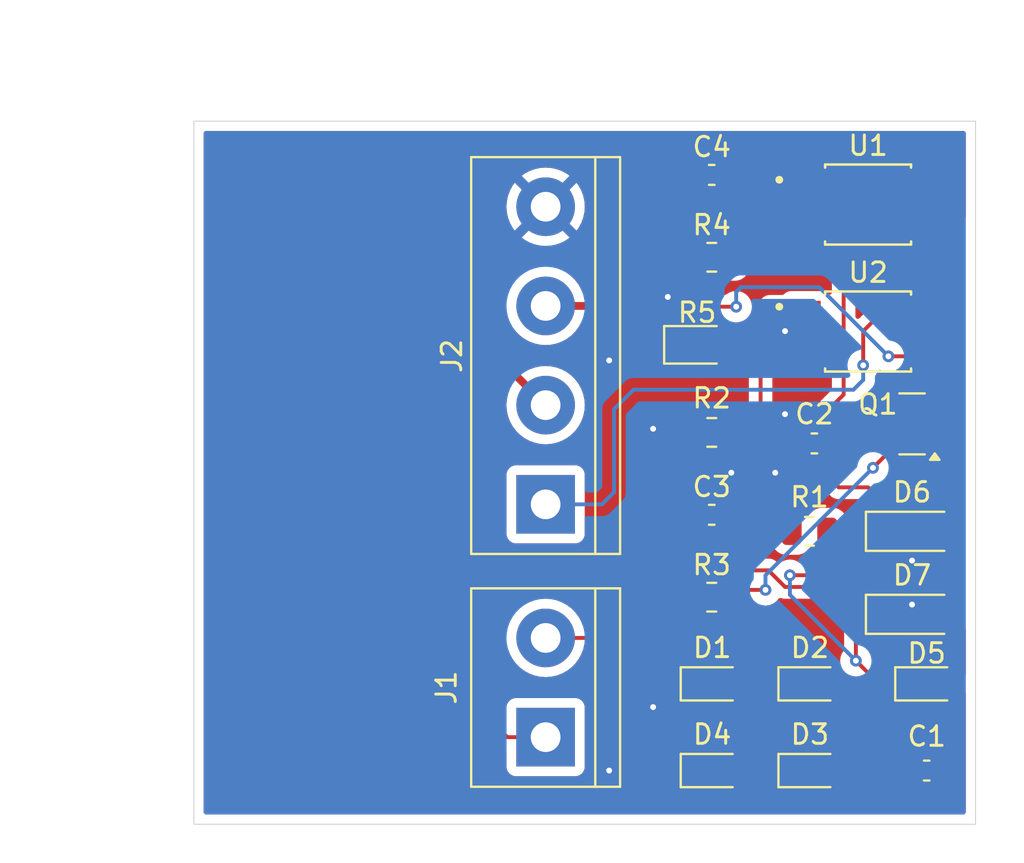
<source format=kicad_pcb>
(kicad_pcb (version 20240108) (generator "pcbnew") (generator_version "8.0")
  (layers (0 "F.Cu" signal) (31 "B.Cu" signal) (34 "B.Paste" user) (35 "F.Paste" user) (36 "B.SilkS" user "B.Silkscreen") (37 "F.SilkS" user "F.Silkscreen") (38 "B.Mask" user) (39 "F.Mask" user) (44 "Edge.Cuts" user))
  (net 0 "")
  (net 1 "Net-(D5-K)")
  (net 2 "GND")
  (net 3 "Net-(D6-K)")
  (net 4 "Net-(C3-Pad2)")
  (net 5 "Net-(C4-Pad2)")
  (net 6 "Net-(D1-K)")
  (net 7 "Net-(D1-A)")
  (net 8 "Net-(D3-A)")
  (net 9 "Net-(D7-K)")
  (net 10 "+3V3")
  (net 11 "/cont_boil")
  (net 12 "/boil_cont")
  (footprint "Diode_SMD:D_SOD-323" (layer "F.Cu") (at 103.5225 103.25)
    (property "Reference" "D4" (at 0 -1.85 0) (layer "F.SilkS"))
    (property "Value" "1N4148WS" (hide yes))
    (fp_line (start -1.61 -0.85) (end -1.61 0.85) (stroke (width 0.12)) (layer "F.SilkS"))
    (fp_line (start -1.61 -0.85) (end 1.05 -0.85) (stroke (width 0.12)) (layer "F.SilkS"))
    (fp_line (start -1.61 0.85) (end 1.05 0.85) (stroke (width 0.12)) (layer "F.SilkS"))
    (pad "1" smd roundrect (at -1.05 0) (size 0.6 0.45) (layers "F.Cu" "F.Paste" "F.Mask") (net 8 "Net-(D3-A)"))
    (pad "2" smd roundrect (at 1.05 0) (size 0.6 0.45) (layers "F.Cu" "F.Paste" "F.Mask") (net 2 "GND"))
  )
  (footprint "Diode_SMD:D_SOD-123" (layer "F.Cu") (at 113.75 95.25)
    (property "Reference" "D7" (at 0 -2 360) (layer "F.SilkS"))
    (property "Value" "BZT52C4V3" (hide yes))
    (fp_line (start -2.36 -1) (end -2.36 1) (stroke (width 0.12)) (layer "F.SilkS"))
    (fp_line (start -2.36 -1) (end 1.65 -1) (stroke (width 0.12)) (layer "F.SilkS"))
    (fp_line (start -2.36 1) (end 1.65 1) (stroke (width 0.12)) (layer "F.SilkS"))
    (pad "1" smd roundrect (at -1.65 0) (size 0.9 1.2) (layers "F.Cu" "F.Paste" "F.Mask") (net 9 "Net-(D7-K)"))
    (pad "2" smd roundrect (at 1.65 0) (size 0.9 1.2) (layers "F.Cu" "F.Paste" "F.Mask") (net 2 "GND"))
  )
  (footprint "EL357N-G:OPTO_EL357N-G" (layer "F.Cu") (at 111.5 74.27)
    (property "Reference" "U1" (at 0 -3.02 0) (layer "F.SilkS"))
    (property "Value" "EL357N-G" (hide yes))
    (fp_line (start -2.2 -2.05) (end 2.2 -2.05) (stroke (width 0.127)) (layer "F.SilkS"))
    (fp_line (start -2.2 -1.89) (end -2.2 -2.05) (stroke (width 0.127)) (layer "F.SilkS"))
    (fp_line (start -2.2 2.05) (end -2.2 1.89) (stroke (width 0.127)) (layer "F.SilkS"))
    (fp_line (start 2.2 -2.05) (end 2.2 -1.89) (stroke (width 0.127)) (layer "F.SilkS"))
    (fp_line (start 2.2 2.05) (end -2.2 2.05) (stroke (width 0.127)) (layer "F.SilkS"))
    (fp_line (start 2.2 2.05) (end 2.2 1.89) (stroke (width 0.127)) (layer "F.SilkS"))
    (fp_circle (center -4.544 -1.27) (end -4.444 -1.27) (stroke (width 0.2)) (fill none) (layer "F.SilkS"))
    (pad "1" smd rect (at -3.175 -1.27) (size 1.5 0.6) (layers "F.Cu" "F.Paste" "F.Mask") (net 5 "Net-(C4-Pad2)"))
    (pad "2" smd rect (at -3.175 1.27) (size 1.5 0.6) (layers "F.Cu" "F.Paste" "F.Mask") (net 2 "GND"))
    (pad "3" smd rect (at 3.175 1.27) (size 1.5 0.6) (layers "F.Cu" "F.Paste" "F.Mask") (net 9 "Net-(D7-K)"))
    (pad "4" smd rect (at 3.175 -1.27) (size 1.5 0.6) (layers "F.Cu" "F.Paste" "F.Mask") (net 3 "Net-(D6-K)"))
  )
  (footprint "Capacitor_SMD:C_0603_1608Metric" (layer "F.Cu") (at 114.5 103.25 180)
    (property "Reference" "C1" (at 0 1.75 360) (layer "F.SilkS"))
    (property "Value" "10n" (hide yes))
    (fp_line (start -0.14058 0.51) (end 0.14058 0.51) (stroke (width 0.12)) (layer "F.SilkS"))
    (fp_line (start -0.14058 -0.51) (end 0.14058 -0.51) (stroke (width 0.12)) (layer "F.SilkS"))
    (pad "1" smd roundrect (at -0.775 0 180) (size 0.9 0.95) (layers "F.Cu" "F.Paste" "F.Mask") (net 2 "GND"))
    (pad "2" smd roundrect (at 0.775 0 180) (size 0.9 0.95) (layers "F.Cu" "F.Paste" "F.Mask") (net 1 "Net-(D5-K)"))
  )
  (footprint "Diode_SMD:D_SOD-323" (layer "F.Cu") (at 103.5225 98.811426)
    (property "Reference" "D1" (at 0 -1.85 0) (layer "F.SilkS"))
    (property "Value" "1N4148WS" (hide yes))
    (fp_line (start -1.61 -0.85) (end -1.61 0.85) (stroke (width 0.12)) (layer "F.SilkS"))
    (fp_line (start -1.61 -0.85) (end 1.05 -0.85) (stroke (width 0.12)) (layer "F.SilkS"))
    (fp_line (start -1.61 0.85) (end 1.05 0.85) (stroke (width 0.12)) (layer "F.SilkS"))
    (pad "1" smd roundrect (at -1.05 0) (size 0.6 0.45) (layers "F.Cu" "F.Paste" "F.Mask") (net 6 "Net-(D1-K)"))
    (pad "2" smd roundrect (at 1.05 0) (size 0.6 0.45) (layers "F.Cu" "F.Paste" "F.Mask") (net 7 "Net-(D1-A)"))
  )
  (footprint "Resistor_SMD:R_0805_2012Metric" (layer "F.Cu") (at 103.5 76.968571)
    (property "Reference" "R4" (at 0 -1.65 360) (layer "F.SilkS"))
    (property "Value" "1k5" (hide yes))
    (fp_line (start -0.227064 -0.735) (end 0.227064 -0.735) (stroke (width 0.12)) (layer "F.SilkS"))
    (fp_line (start -0.227064 0.735) (end 0.227064 0.735) (stroke (width 0.12)) (layer "F.SilkS"))
    (pad "1" smd roundrect (at -0.9125 0) (size 1.025 1.4) (layers "F.Cu" "F.Paste" "F.Mask") (roundrect_rratio 0.243902) (net 11 "/cont_boil"))
    (pad "2" smd roundrect (at 0.9125 0) (size 1.025 1.4) (layers "F.Cu" "F.Paste" "F.Mask") (roundrect_rratio 0.243902) (net 5 "Net-(C4-Pad2)"))
  )
  (footprint "Capacitor_SMD:C_0603_1608Metric" (layer "F.Cu") (at 103.5 72.75)
    (property "Reference" "C4" (at 0 -1.43 360) (layer "F.SilkS"))
    (property "Value" "2n2" (hide yes))
    (fp_line (start -0.14058 -0.51) (end 0.14058 -0.51) (stroke (width 0.12)) (layer "F.SilkS"))
    (fp_line (start -0.14058 0.51) (end 0.14058 0.51) (stroke (width 0.12)) (layer "F.SilkS"))
    (pad "1" smd roundrect (at -0.775 0) (size 0.9 0.95) (layers "F.Cu" "F.Paste" "F.Mask") (net 2 "GND"))
    (pad "2" smd roundrect (at 0.775 0) (size 0.9 0.95) (layers "F.Cu" "F.Paste" "F.Mask") (net 5 "Net-(C4-Pad2)"))
  )
  (footprint "Diode_SMD:D_SOD-323" (layer "F.Cu") (at 108.5225 98.811426)
    (property "Reference" "D2" (at 0 -1.85 0) (layer "F.SilkS"))
    (property "Value" "1N4148WS" (hide yes))
    (fp_line (start -1.61 -0.85) (end -1.61 0.85) (stroke (width 0.12)) (layer "F.SilkS"))
    (fp_line (start -1.61 -0.85) (end 1.05 -0.85) (stroke (width 0.12)) (layer "F.SilkS"))
    (fp_line (start -1.61 0.85) (end 1.05 0.85) (stroke (width 0.12)) (layer "F.SilkS"))
    (pad "1" smd roundrect (at -1.05 0) (size 0.6 0.45) (layers "F.Cu" "F.Paste" "F.Mask") (net 7 "Net-(D1-A)"))
    (pad "2" smd roundrect (at 1.05 0) (size 0.6 0.45) (layers "F.Cu" "F.Paste" "F.Mask") (net 2 "GND"))
  )
  (footprint "TerminalBlock:TerminalBlock_bornier-4_P5.08mm" (layer "F.Cu") (at 95 89.62 90)
    (property "Reference" "J2" (at 7.6 -4.8 90) (layer "F.SilkS"))
    (property "Value" "Controller")
    (fp_line (start -2.54 -3.81) (end 17.78 -3.81) (stroke (width 0.12)) (layer "F.SilkS"))
    (fp_line (start -2.54 -3.81) (end -2.54 3.81) (stroke (width 0.12)) (layer "F.SilkS"))
    (fp_line (start 17.78 2.54) (end -2.54 2.54) (stroke (width 0.12)) (layer "F.SilkS"))
    (fp_line (start 17.78 3.81) (end 17.78 -3.81) (stroke (width 0.12)) (layer "F.SilkS"))
    (fp_line (start -2.54 3.81) (end 17.78 3.81) (stroke (width 0.12)) (layer "F.SilkS"))
    (pad "1" thru_hole rect (at 0 0 90) (size 3 3) (drill 1.52) (layers "*.Cu" "*.Mask") (net 10 "+3V3"))
    (pad "2" thru_hole circle (at 5.08 0 90) (size 3 3) (drill 1.52) (layers "*.Cu" "*.Mask") (net 11 "/cont_boil"))
    (pad "3" thru_hole circle (at 10.16 0 90) (size 3 3) (drill 1.52) (layers "*.Cu" "*.Mask") (net 12 "/boil_cont"))
    (pad "4" thru_hole circle (at 15.24 0 90) (size 3 3) (drill 1.52) (layers "*.Cu" "*.Mask") (net 2 "GND"))
  )
  (footprint "Capacitor_SMD:C_0603_1608Metric" (layer "F.Cu") (at 103.5 90.154284)
    (property "Reference" "C3" (at 0 -1.43 360) (layer "F.SilkS"))
    (property "Value" "10n" (hide yes))
    (fp_line (start -0.14058 -0.51) (end 0.14058 -0.51) (stroke (width 0.12)) (layer "F.SilkS"))
    (fp_line (start -0.14058 0.51) (end 0.14058 0.51) (stroke (width 0.12)) (layer "F.SilkS"))
    (pad "1" smd roundrect (at -0.775 0) (size 0.9 0.95) (layers "F.Cu" "F.Paste" "F.Mask") (net 2 "GND"))
    (pad "2" smd roundrect (at 0.775 0) (size 0.9 0.95) (layers "F.Cu" "F.Paste" "F.Mask") (net 4 "Net-(C3-Pad2)"))
  )
  (footprint "Resistor_SMD:R_0805_2012Metric" (layer "F.Cu") (at 103.5 85.935713 180)
    (property "Reference" "R2" (at 0 1.75 360) (layer "F.SilkS"))
    (property "Value" "150" (hide yes))
    (fp_line (start -0.227064 0.735) (end 0.227064 0.735) (stroke (width 0.12)) (layer "F.SilkS"))
    (fp_line (start -0.227064 -0.735) (end 0.227064 -0.735) (stroke (width 0.12)) (layer "F.SilkS"))
    (pad "1" smd roundrect (at -0.9125 0 180) (size 1.025 1.4) (layers "F.Cu" "F.Paste" "F.Mask") (roundrect_rratio 0.243902) (net 4 "Net-(C3-Pad2)"))
    (pad "2" smd roundrect (at 0.9125 0 180) (size 1.025 1.4) (layers "F.Cu" "F.Paste" "F.Mask") (roundrect_rratio 0.243902) (net 2 "GND"))
  )
  (footprint "Package_TO_SOT_SMD:SOT-23" (layer "F.Cu") (at 113.75 85.5 180)
    (property "Reference" "Q1" (at 1.75 1 180) (layer "F.SilkS"))
    (property "Value" "MMBT2907A" (hide yes))
    (fp_line (start 0 1.56) (end 0.65 1.56) (stroke (width 0.12)) (layer "F.SilkS"))
    (fp_line (start 0 1.56) (end -0.65 1.56) (stroke (width 0.12)) (layer "F.SilkS"))
    (fp_line (start 0 -1.56) (end 0.65 -1.56) (stroke (width 0.12)) (layer "F.SilkS"))
    (fp_line (start 0 -1.56) (end -0.65 -1.56) (stroke (width 0.12)) (layer "F.SilkS"))
    (fp_poly (pts (xy -1.1625 -1.51) (xy -1.4025 -1.84) (xy -0.9225 -1.84) (xy -1.1625 -1.51)) (stroke (width 0.12)) (fill solid) (layer "F.SilkS"))
    (pad "1" smd roundrect (at -0.9375 -0.95 180) (size 1.475 0.6) (layers "F.Cu" "F.Paste" "F.Mask") (net 3 "Net-(D6-K)"))
    (pad "2" smd roundrect (at -0.9375 0.95 180) (size 1.475 0.6) (layers "F.Cu" "F.Paste" "F.Mask") (net 1 "Net-(D5-K)"))
    (pad "3" smd roundrect (at 0.9375 0 180) (size 1.475 0.6) (layers "F.Cu" "F.Paste" "F.Mask") (net 6 "Net-(D1-K)"))
  )
  (footprint "Capacitor_SMD:C_0603_1608Metric" (layer "F.Cu") (at 108.75 86.5 180)
    (property "Reference" "C2" (at 0 1.5 360) (layer "F.SilkS"))
    (property "Value" "2n2" (hide yes))
    (fp_line (start -0.14058 0.51) (end 0.14058 0.51) (stroke (width 0.12)) (layer "F.SilkS"))
    (fp_line (start -0.14058 -0.51) (end 0.14058 -0.51) (stroke (width 0.12)) (layer "F.SilkS"))
    (pad "1" smd roundrect (at -0.775 0 180) (size 0.9 0.95) (layers "F.Cu" "F.Paste" "F.Mask") (net 3 "Net-(D6-K)"))
    (pad "2" smd roundrect (at 0.775 0 180) (size 0.9 0.95) (layers "F.Cu" "F.Paste" "F.Mask") (net 2 "GND"))
  )
  (footprint "TerminalBlock:TerminalBlock_bornier-2_P5.08mm" (layer "F.Cu") (at 95 101.54 90)
    (property "Reference" "J1" (at 2.54 -5.08 90) (layer "F.SilkS"))
    (property "Value" "OpenTherm")
    (fp_line (start 7.62 -3.81) (end -2.54 -3.81) (stroke (width 0.12)) (layer "F.SilkS"))
    (fp_line (start -2.54 -3.81) (end -2.54 3.81) (stroke (width 0.12)) (layer "F.SilkS"))
    (fp_line (start 7.62 2.54) (end -2.54 2.54) (stroke (width 0.12)) (layer "F.SilkS"))
    (fp_line (start 7.62 3.81) (end 7.62 -3.81) (stroke (width 0.12)) (layer "F.SilkS"))
    (fp_line (start -2.54 3.81) (end 7.62 3.81) (stroke (width 0.12)) (layer "F.SilkS"))
    (pad "1" thru_hole rect (at 0 0 90) (size 3 3) (drill 1.52) (layers "*.Cu" "*.Mask") (net 7 "Net-(D1-A)"))
    (pad "2" thru_hole circle (at 5.08 0 90) (size 3 3) (drill 1.52) (layers "*.Cu" "*.Mask") (net 8 "Net-(D3-A)"))
  )
  (footprint "Diode_SMD:D_SOD-123" (layer "F.Cu") (at 113.75 91)
    (property "Reference" "D6" (at 0 -2 360) (layer "F.SilkS"))
    (property "Value" "BZT52C15V" (hide yes))
    (fp_line (start -2.36 -1) (end -2.36 1) (stroke (width 0.12)) (layer "F.SilkS"))
    (fp_line (start -2.36 -1) (end 1.65 -1) (stroke (width 0.12)) (layer "F.SilkS"))
    (fp_line (start -2.36 1) (end 1.65 1) (stroke (width 0.12)) (layer "F.SilkS"))
    (pad "1" smd roundrect (at -1.65 0) (size 0.9 1.2) (layers "F.Cu" "F.Paste" "F.Mask") (net 3 "Net-(D6-K)"))
    (pad "2" smd roundrect (at 1.65 0) (size 0.9 1.2) (layers "F.Cu" "F.Paste" "F.Mask") (net 2 "GND"))
  )
  (footprint "Diode_SMD:D_SOD-323" (layer "F.Cu") (at 108.5225 103.25)
    (property "Reference" "D3" (at 0 -1.85 0) (layer "F.SilkS"))
    (property "Value" "1N4148WS" (hide yes))
    (fp_line (start -1.61 -0.85) (end -1.61 0.85) (stroke (width 0.12)) (layer "F.SilkS"))
    (fp_line (start -1.61 -0.85) (end 1.05 -0.85) (stroke (width 0.12)) (layer "F.SilkS"))
    (fp_line (start -1.61 0.85) (end 1.05 0.85) (stroke (width 0.12)) (layer "F.SilkS"))
    (pad "1" smd roundrect (at -1.05 0) (size 0.6 0.45) (layers "F.Cu" "F.Paste" "F.Mask") (net 6 "Net-(D1-K)"))
    (pad "2" smd roundrect (at 1.05 0) (size 0.6 0.45) (layers "F.Cu" "F.Paste" "F.Mask") (net 8 "Net-(D3-A)"))
  )
  (footprint "EL357N-G:OPTO_EL357N-G" (layer "F.Cu") (at 111.5 80.77)
    (property "Reference" "U2" (at 0 -3.02 0) (layer "F.SilkS"))
    (property "Value" "EL357N-G" (hide yes))
    (fp_line (start -2.2 -2.05) (end 2.2 -2.05) (stroke (width 0.127)) (layer "F.SilkS"))
    (fp_line (start -2.2 -1.89) (end -2.2 -2.05) (stroke (width 0.127)) (layer "F.SilkS"))
    (fp_line (start -2.2 2.05) (end -2.2 1.89) (stroke (width 0.127)) (layer "F.SilkS"))
    (fp_line (start 2.2 -2.05) (end 2.2 -1.89) (stroke (width 0.127)) (layer "F.SilkS"))
    (fp_line (start 2.2 2.05) (end -2.2 2.05) (stroke (width 0.127)) (layer "F.SilkS"))
    (fp_line (start 2.2 2.05) (end 2.2 1.89) (stroke (width 0.127)) (layer "F.SilkS"))
    (fp_circle (center -4.544 -1.27) (end -4.444 -1.27) (stroke (width 0.2)) (fill none) (layer "F.SilkS"))
    (pad "1" smd rect (at -3.175 -1.27) (size 1.5 0.6) (layers "F.Cu" "F.Paste" "F.Mask") (net 4 "Net-(C3-Pad2)"))
    (pad "2" smd rect (at -3.175 1.27) (size 1.5 0.6) (layers "F.Cu" "F.Paste" "F.Mask") (net 2 "GND"))
    (pad "3" smd rect (at 3.175 1.27) (size 1.5 0.6) (layers "F.Cu" "F.Paste" "F.Mask") (net 12 "/boil_cont"))
    (pad "4" smd rect (at 3.175 -1.27) (size 1.5 0.6) (layers "F.Cu" "F.Paste" "F.Mask") (net 10 "+3V3"))
  )
  (footprint "Diode_SMD:D_0805_2012Metric" (layer "F.Cu") (at 102.75 81.452142)
    (property "Reference" "R5" (at 0 -1.65 0) (layer "F.SilkS"))
    (property "Value" "330" (hide yes))
    (fp_line (start -1.685 -0.96) (end -1.685 0.96) (stroke (width 0.12)) (layer "F.SilkS"))
    (fp_line (start -1.685 0.96) (end 1 0.96) (stroke (width 0.12)) (layer "F.SilkS"))
    (fp_line (start 1 -0.96) (end -1.685 -0.96) (stroke (width 0.12)) (layer "F.SilkS"))
    (pad "1" smd roundrect (at -0.9375 0) (size 0.975 1.4) (layers "F.Cu" "F.Paste" "F.Mask") (net 12 "/boil_cont"))
    (pad "2" smd roundrect (at 0.9375 0) (size 0.975 1.4) (layers "F.Cu" "F.Paste" "F.Mask") (net 2 "GND"))
  )
  (footprint "Resistor_SMD:R_0805_2012Metric" (layer "F.Cu") (at 108.5 91 180)
    (property "Reference" "R1" (at 0 1.75 360) (layer "F.SilkS"))
    (property "Value" "200" (hide yes))
    (fp_line (start -0.227064 0.735) (end 0.227064 0.735) (stroke (width 0.12)) (layer "F.SilkS"))
    (fp_line (start -0.227064 -0.735) (end 0.227064 -0.735) (stroke (width 0.12)) (layer "F.SilkS"))
    (pad "1" smd roundrect (at -0.9125 0 180) (size 1.025 1.4) (layers "F.Cu" "F.Paste" "F.Mask") (roundrect_rratio 0.243902) (net 1 "Net-(D5-K)"))
    (pad "2" smd roundrect (at 0.9125 0 180) (size 1.025 1.4) (layers "F.Cu" "F.Paste" "F.Mask") (roundrect_rratio 0.243902) (net 4 "Net-(C3-Pad2)"))
  )
  (footprint "Resistor_SMD:R_0805_2012Metric" (layer "F.Cu") (at 103.5 94.372855)
    (property "Reference" "R3" (at 0 -1.65 360) (layer "F.SilkS"))
    (property "Value" "330" (hide yes))
    (fp_line (start -0.227064 -0.735) (end 0.227064 -0.735) (stroke (width 0.12)) (layer "F.SilkS"))
    (fp_line (start -0.227064 0.735) (end 0.227064 0.735) (stroke (width 0.12)) (layer "F.SilkS"))
    (pad "1" smd roundrect (at -0.9125 0) (size 1.025 1.4) (layers "F.Cu" "F.Paste" "F.Mask") (roundrect_rratio 0.243902) (net 3 "Net-(D6-K)"))
    (pad "2" smd roundrect (at 0.9125 0) (size 1.025 1.4) (layers "F.Cu" "F.Paste" "F.Mask") (roundrect_rratio 0.243902) (net 6 "Net-(D1-K)"))
  )
  (footprint "Diode_SMD:D_SOD-323" (layer "F.Cu") (at 114.5 98.811426)
    (property "Reference" "D5" (at 0 -1.561426 360) (layer "F.SilkS"))
    (property "Value" "BZT52C4V7S" (hide yes))
    (fp_line (start -1.61 -0.85) (end -1.61 0.85) (stroke (width 0.12)) (layer "F.SilkS"))
    (fp_line (start -1.61 -0.85) (end 1.05 -0.85) (stroke (width 0.12)) (layer "F.SilkS"))
    (fp_line (start -1.61 0.85) (end 1.05 0.85) (stroke (width 0.12)) (layer "F.SilkS"))
    (pad "1" smd roundrect (at -1.05 0) (size 0.6 0.45) (layers "F.Cu" "F.Paste" "F.Mask") (net 1 "Net-(D5-K)"))
    (pad "2" smd roundrect (at 1.05 0) (size 0.6 0.45) (layers "F.Cu" "F.Paste" "F.Mask") (net 2 "GND"))
  )
  (gr_rect (start 77 70) (end 117 106) (stroke (width 0.05)) (fill none) (layer "Edge.Cuts"))
  (segment (start 113 89.975) (end 113 91.5) (width 0.2) (layer "F.Cu") (net 1))
  (segment (start 113.45 98.811426) (end 113.45 100.95) (width 0.2) (layer "F.Cu") (net 1))
  (segment (start 108.75 93.25) (end 107.5 93.25) (width 0.2) (layer "F.Cu") (net 1))
  (segment (start 115.725 85.5875) (end 115.725 87.25) (width 0.2) (layer "F.Cu") (net 1))
  (segment (start 109.4125 91) (end 109.4125 92.5875) (width 0.2) (layer "F.Cu") (net 1))
  (segment (start 110.875 93.625) (end 110.875 97.625) (width 0.2) (layer "F.Cu") (net 1))
  (segment (start 114.6875 84.55) (end 115.725 85.5875) (width 0.2) (layer "F.Cu") (net 1))
  (segment (start 113.45 100.95) (end 113.725 101.225) (width 0.2) (layer "F.Cu") (net 1))
  (segment (start 109.4125 92.5875) (end 108.75 93.25) (width 0.2) (layer "F.Cu") (net 1))
  (segment (start 110.875 97.625) (end 112.061426 98.811426) (width 0.2) (layer "F.Cu") (net 1))
  (segment (start 113 91.5) (end 110.875 93.625) (width 0.2) (layer "F.Cu") (net 1))
  (segment (start 115.725 87.25) (end 113 89.975) (width 0.2) (layer "F.Cu") (net 1))
  (segment (start 112.061426 98.811426) (end 113.45 98.811426) (width 0.2) (layer "F.Cu") (net 1))
  (segment (start 113.725 101.225) (end 113.725 103.25) (width 0.2) (layer "F.Cu") (net 1))
  (via (at 110.875 97.625) (size 0.6) (drill 0.3) (layers "F.Cu" "B.Cu") (net 1))
  (via (at 107.5 93.25) (size 0.6) (drill 0.3) (layers "F.Cu" "B.Cu") (net 1))
  (segment (start 107.75 94.5) (end 110.875 97.625) (width 0.2) (layer "B.Cu") (net 1))
  (segment (start 107.5 93.25) (end 107.5 94.25) (width 0.2) (layer "B.Cu") (net 1))
  (segment (start 107.5 94.25) (end 107.75 94.5) (width 0.2) (layer "B.Cu") (net 1))
  (via (at 104.5 88) (size 0.6) (drill 0.3) (layers "F.Cu" "B.Cu") (net 2))
  (via (at 100.5 100) (size 0.6) (drill 0.3) (layers "F.Cu" "B.Cu") (net 2))
  (via (at 107.25 85) (size 0.6) (drill 0.3) (layers "F.Cu" "B.Cu") (net 2))
  (via (at 98.25 82.25) (size 0.6) (drill 0.3) (layers "F.Cu" "B.Cu") (net 2))
  (via (at 107.25 80.75) (size 0.6) (drill 0.3) (layers "F.Cu" "B.Cu") (net 2))
  (via (at 98.25 103.25) (size 0.6) (drill 0.3) (layers "F.Cu" "B.Cu") (net 2))
  (via (at 100.5 85.75) (size 0.6) (drill 0.3) (layers "F.Cu" "B.Cu") (net 2))
  (via (at 106.75 88) (size 0.6) (drill 0.3) (layers "F.Cu" "B.Cu") (net 2))
  (via (at 101.25 79) (size 0.6) (drill 0.3) (layers "F.Cu" "B.Cu") (net 2))
  (via (at 113.75 94.75) (size 0.6) (drill 0.3) (layers "F.Cu" "B.Cu") (net 2))
  (via (at 113.75 92.5) (size 0.6) (drill 0.3) (layers "F.Cu" "B.Cu") (net 2))
  (segment (start 100.5 100) (end 100.5 102.5) (width 0.2) (layer "B.Cu") (net 2))
  (segment (start 99.75 103.25) (end 98.25 103.25) (width 0.2) (layer "B.Cu") (net 2))
  (segment (start 100.5 102.5) (end 99.75 103.25) (width 0.2) (layer "B.Cu") (net 2))
  (segment (start 113.75 94.75) (end 113.75 92.5) (width 0.2) (layer "B.Cu") (net 2))
  (segment (start 112.1 91) (end 109.25 93.85) (width 0.2) (layer "F.Cu") (net 3))
  (segment (start 114.6875 87.0625) (end 112.4 89.35) (width 0.2) (layer "F.Cu") (net 3))
  (segment (start 106.401471 93) (end 103.960355 93) (width 0.2) (layer "F.Cu") (net 3))
  (segment (start 112.4 89.35) (end 112.1 89.35) (width 0.2) (layer "F.Cu") (net 3))
  (segment (start 109.25 93.85) (end 107.251471 93.85) (width 0.2) (layer "F.Cu") (net 3))
  (segment (start 109.525 84.725) (end 109.525 86.5) (width 0.2) (layer "F.Cu") (net 3))
  (segment (start 109.525 86.5) (end 109.525 88.275) (width 0.2) (layer "F.Cu") (net 3))
  (segment (start 110.25 84) (end 109.525 84.725) (width 0.2) (layer "F.Cu") (net 3))
  (segment (start 107.251471 93.85) (end 106.401471 93) (width 0.2) (layer "F.Cu") (net 3))
  (segment (start 110 88.75) (end 111.5 88.75) (width 0.2) (layer "F.Cu") (net 3))
  (segment (start 112.1 89.35) (end 112.1 91) (width 0.2) (layer "F.Cu") (net 3))
  (segment (start 111.5 88.75) (end 112.1 89.35) (width 0.2) (layer "F.Cu") (net 3))
  (segment (start 114.675 73) (end 111.75 73) (width 0.2) (layer "F.Cu") (net 3))
  (segment (start 103.960355 93) (end 102.5875 94.372855) (width 0.2) (layer "F.Cu") (net 3))
  (segment (start 110.25 74.5) (end 110.25 84) (width 0.2) (layer "F.Cu") (net 3))
  (segment (start 114.6875 86.45) (end 114.6875 87.0625) (width 0.2) (layer "F.Cu") (net 3))
  (segment (start 109.525 88.275) (end 110 88.75) (width 0.2) (layer "F.Cu") (net 3))
  (segment (start 111.75 73) (end 110.25 74.5) (width 0.2) (layer "F.Cu") (net 3))
  (segment (start 106 85.5) (end 105.564287 85.935713) (width 0.2) (layer "F.Cu") (net 4))
  (segment (start 105.5 90.154284) (end 104.275 90.154284) (width 0.2) (layer "F.Cu") (net 4))
  (segment (start 105.564287 85.935713) (end 105.564287 90.089997) (width 0.2) (layer "F.Cu") (net 4))
  (segment (start 106 80) (end 106 85.5) (width 0.2) (layer "F.Cu") (net 4))
  (segment (start 106.5 79.5) (end 106 80) (width 0.2) (layer "F.Cu") (net 4))
  (segment (start 107.5875 91) (end 106.5 91) (width 0.2) (layer "F.Cu") (net 4))
  (segment (start 105.564287 85.935713) (end 104.4125 85.935713) (width 0.2) (layer "F.Cu") (net 4))
  (segment (start 105.654284 90.154284) (end 105.5 90.154284) (width 0.2) (layer "F.Cu") (net 4))
  (segment (start 108.325 79.5) (end 106.5 79.5) (width 0.2) (layer "F.Cu") (net 4))
  (segment (start 106.5 91) (end 105.654284 90.154284) (width 0.2) (layer "F.Cu") (net 4))
  (segment (start 105.564287 90.089997) (end 105.5 90.154284) (width 0.2) (layer "F.Cu") (net 4))
  (segment (start 104.275 73.975) (end 104.4125 74.1125) (width 0.2) (layer "F.Cu") (net 5))
  (segment (start 104.275 72.75) (end 104.275 73.975) (width 0.2) (layer "F.Cu") (net 5))
  (segment (start 104.4125 74.1125) (end 104.4125 76.968571) (width 0.2) (layer "F.Cu") (net 5))
  (segment (start 108.325 73) (end 106.5 73) (width 0.2) (layer "F.Cu") (net 5))
  (segment (start 106.25 72.75) (end 104.275 72.75) (width 0.2) (layer "F.Cu") (net 5))
  (segment (start 106.5 73) (end 106.25 72.75) (width 0.2) (layer "F.Cu") (net 5))
  (segment (start 104.785355 94) (end 104.4125 94.372855) (width 0.2) (layer "F.Cu") (net 6))
  (segment (start 108.5 99.5) (end 106.375 101.625) (width 0.2) (layer "F.Cu") (net 6))
  (segment (start 106.25 94) (end 104.785355 94) (width 0.2) (layer "F.Cu") (net 6))
  (segment (start 103.25 100.75) (end 102.4725 99.9725) (width 0.2) (layer "F.Cu") (net 6))
  (segment (start 107.4725 103.25) (end 107.4725 102.7225) (width 0.2) (layer "F.Cu") (net 6))
  (segment (start 106.375 101.625) (end 105.5 100.75) (width 0.2) (layer "F.Cu") (net 6))
  (segment (start 112.75 86.75) (end 111.75 87.75) (width 0.2) (layer "F.Cu") (net 6))
  (segment (start 112.8125 86.6875) (end 112.75 86.75) (width 0.2) (layer "F.Cu") (net 6))
  (segment (start 107.4725 102.7225) (end 106.375 101.625) (width 0.2) (layer "F.Cu") (net 6))
  (segment (start 104.4125 94.372855) (end 108.5 98.460355) (width 0.2) (layer "F.Cu") (net 6))
  (segment (start 102.4725 99.9725) (end 102.4725 98.811426) (width 0.2) (layer "F.Cu") (net 6))
  (segment (start 108.5 98.460355) (end 108.5 99.5) (width 0.2) (layer "F.Cu") (net 6))
  (segment (start 105.5 100.75) (end 103.25 100.75) (width 0.2) (layer "F.Cu") (net 6))
  (segment (start 112.8125 85.5) (end 112.8125 86.6875) (width 0.2) (layer "F.Cu") (net 6))
  (via (at 111.75 87.75) (size 0.6) (drill 0.3) (layers "F.Cu" "B.Cu") (net 6))
  (via (at 106.25 94) (size 0.6) (drill 0.3) (layers "F.Cu" "B.Cu") (net 6))
  (segment (start 111.75 87.75) (end 106.25 93.25) (width 0.2) (layer "B.Cu") (net 6))
  (segment (start 106.25 93.25) (end 106.25 94) (width 0.2) (layer "B.Cu") (net 6))
  (segment (start 107.4725 98.811426) (end 104.5725 98.811426) (width 0.2) (layer "F.Cu") (net 7))
  (segment (start 93.04 101.54) (end 92.25 100.75) (width 0.2) (layer "F.Cu") (net 7))
  (segment (start 92.25 100.75) (end 92.25 95.25) (width 0.2) (layer "F.Cu") (net 7))
  (segment (start 101.75 96.75) (end 103.25 96.75) (width 0.2) (layer "F.Cu") (net 7))
  (segment (start 92.25 95.25) (end 93.75 93.75) (width 0.2) (layer "F.Cu") (net 7))
  (segment (start 104.5725 98.0725) (end 104.5725 98.811426) (width 0.2) (layer "F.Cu") (net 7))
  (segment (start 93.75 93.75) (end 98.75 93.75) (width 0.2) (layer "F.Cu") (net 7))
  (segment (start 95 101.54) (end 93.04 101.54) (width 0.2) (layer "F.Cu") (net 7))
  (segment (start 98.75 93.75) (end 101.75 96.75) (width 0.2) (layer "F.Cu") (net 7))
  (segment (start 103.25 96.75) (end 104.5725 98.0725) (width 0.2) (layer "F.Cu") (net 7))
  (segment (start 95 96.46) (end 97.71 96.46) (width 0.2) (layer "F.Cu") (net 8))
  (segment (start 109.5725 103.25) (end 108.3225 104.5) (width 0.2) (layer "F.Cu") (net 8))
  (segment (start 99.25 102.5) (end 100 103.25) (width 0.2) (layer "F.Cu") (net 8))
  (segment (start 99.25 98) (end 99.25 102.5) (width 0.2) (layer "F.Cu") (net 8))
  (segment (start 100 103.25) (end 102.4725 103.25) (width 0.2) (layer "F.Cu") (net 8))
  (segment (start 103.25 104.5) (end 102.4725 103.7225) (width 0.2) (layer "F.Cu") (net 8))
  (segment (start 102.4725 103.7225) (end 102.4725 103.25) (width 0.2) (layer "F.Cu") (net 8))
  (segment (start 97.71 96.46) (end 99.25 98) (width 0.2) (layer "F.Cu") (net 8))
  (segment (start 108.3225 104.5) (end 103.25 104.5) (width 0.2) (layer "F.Cu") (net 8))
  (segment (start 112.1 94.15) (end 112.1 95.25) (width 0.2) (layer "F.Cu") (net 9))
  (segment (start 116.25 75.75) (end 116.25 92.75) (width 0.2) (layer "F.Cu") (net 9))
  (segment (start 115.5 93.5) (end 112.75 93.5) (width 0.2) (layer "F.Cu") (net 9))
  (segment (start 116.25 92.75) (end 115.5 93.5) (width 0.2) (layer "F.Cu") (net 9))
  (segment (start 114.675 75.54) (end 116.04 75.54) (width 0.2) (layer "F.Cu") (net 9))
  (segment (start 116.04 75.54) (end 116.25 75.75) (width 0.2) (layer "F.Cu") (net 9))
  (segment (start 112.75 93.5) (end 112.1 94.15) (width 0.2) (layer "F.Cu") (net 9))
  (segment (start 112.5 79.5) (end 111.25 80.75) (width 0.2) (layer "F.Cu") (net 10))
  (segment (start 111.25 80.75) (end 111.25 82.5) (width 0.2) (layer "F.Cu") (net 10))
  (segment (start 114.675 79.5) (end 112.5 79.5) (width 0.2) (layer "F.Cu") (net 10))
  (via (at 111.25 82.5) (size 0.6) (drill 0.3) (layers "F.Cu" "B.Cu") (net 10))
  (segment (start 98.5 89) (end 97.88 89.62) (width 0.2) (layer "B.Cu") (net 10))
  (segment (start 99.5 83.75) (end 98.5 84.75) (width 0.2) (layer "B.Cu") (net 10))
  (segment (start 110.75 83.75) (end 99.5 83.75) (width 0.2) (layer "B.Cu") (net 10))
  (segment (start 97.88 89.62) (end 95 89.62) (width 0.2) (layer "B.Cu") (net 10))
  (segment (start 98.5 84.75) (end 98.5 89) (width 0.2) (layer "B.Cu") (net 10))
  (segment (start 111.25 83.25) (end 110.75 83.75) (width 0.2) (layer "B.Cu") (net 10))
  (segment (start 111.25 82.5) (end 111.25 83.25) (width 0.2) (layer "B.Cu") (net 10))
  (segment (start 92.5 82.04) (end 92.5 78.5) (width 0.4) (layer "F.Cu") (net 11))
  (segment (start 92.5 78.5) (end 94.031429 76.968571) (width 0.4) (layer "F.Cu") (net 11))
  (segment (start 94.031429 76.968571) (end 102.5875 76.968571) (width 0.4) (layer "F.Cu") (net 11))
  (segment (start 95 84.54) (end 92.5 82.04) (width 0.4) (layer "F.Cu") (net 11))
  (segment (start 114.675 82.04) (end 112.54 82.04) (width 0.2) (layer "F.Cu") (net 12))
  (segment (start 101.8125 81.452142) (end 100.702142 81.452142) (width 0.4) (layer "F.Cu") (net 12))
  (segment (start 104.75 79.5) (end 102.5 79.5) (width 0.2) (layer "F.Cu") (net 12))
  (segment (start 100.702142 81.452142) (end 98.71 79.46) (width 0.4) (layer "F.Cu") (net 12))
  (segment (start 112.5 82) (end 112.54 82.04) (width 0.2) (layer "F.Cu") (net 12))
  (segment (start 98.71 79.46) (end 95 79.46) (width 0.4) (layer "F.Cu") (net 12))
  (segment (start 101.8125 80.1875) (end 101.8125 81.452142) (width 0.2) (layer "F.Cu") (net 12))
  (segment (start 102.5 79.5) (end 101.8125 80.1875) (width 0.2) (layer "F.Cu") (net 12))
  (via (at 104.75 79.5) (size 0.6) (drill 0.3) (layers "F.Cu" "B.Cu") (net 12))
  (via (at 112.54 82.04) (size 0.6) (drill 0.3) (layers "F.Cu" "B.Cu") (net 12))
  (segment (start 104.75 78.75) (end 104.75 79.5) (width 0.2) (layer "B.Cu") (net 12))
  (segment (start 112.54 82.04) (end 109 78.5) (width 0.2) (layer "B.Cu") (net 12))
  (segment (start 109 78.5) (end 105 78.5) (width 0.2) (layer "B.Cu") (net 12))
  (segment (start 105 78.5) (end 104.75 78.75) (width 0.2) (layer "B.Cu") (net 12))
  (zone (net 2) (net_name "GND") (layer "F.Cu") (priority 1) (connect_pads (clearance 0.5)) (min_thickness 0.25) (fill yes (thermal_gap 0.5) (thermal_bridge_width 0.5))
    (polygon (pts (xy 74.25 68) (xy 119 67.75) (xy 119.5 108) (xy 74.75 107.75)))
  )
  (zone (net 2) (net_name "GND") (layer "B.Cu") (connect_pads (clearance 0.5)) (min_thickness 0.25) (fill yes (thermal_gap 0.5) (thermal_bridge_width 0.5))
    (polygon (pts (xy 75.5 69.25) (xy 117.75 69.25) (xy 118 107) (xy 75.75 106.75)))
  )
)
</source>
